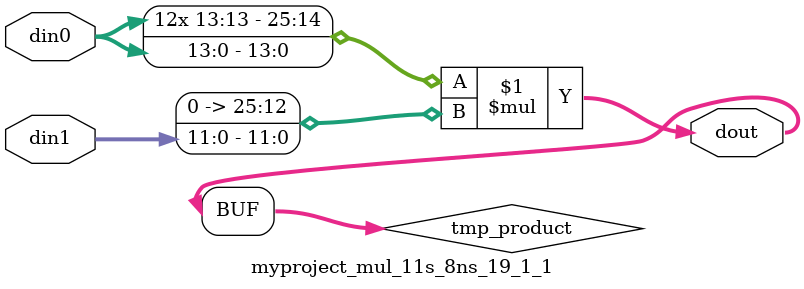
<source format=v>

`timescale 1 ns / 1 ps

 module myproject_mul_11s_8ns_19_1_1(din0, din1, dout);
parameter ID = 1;
parameter NUM_STAGE = 0;
parameter din0_WIDTH = 14;
parameter din1_WIDTH = 12;
parameter dout_WIDTH = 26;

input [din0_WIDTH - 1 : 0] din0; 
input [din1_WIDTH - 1 : 0] din1; 
output [dout_WIDTH - 1 : 0] dout;

wire signed [dout_WIDTH - 1 : 0] tmp_product;


























assign tmp_product = $signed(din0) * $signed({1'b0, din1});









assign dout = tmp_product;





















endmodule

</source>
